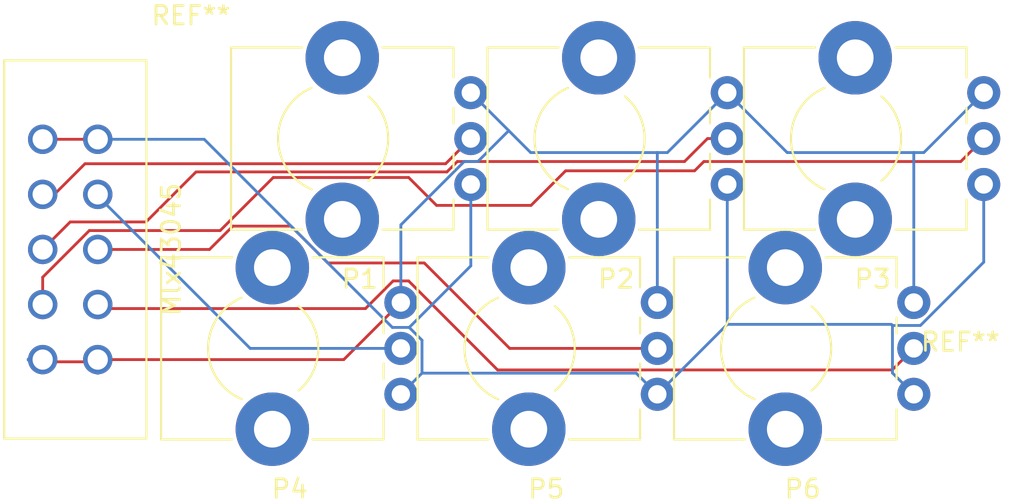
<source format=kicad_pcb>
(kicad_pcb (version 4) (host pcbnew 4.0.7)

  (general
    (links 20)
    (no_connects 0)
    (area 120.3426 69.85 194.310001 124.460001)
    (thickness 1.6002)
    (drawings 0)
    (tracks 86)
    (zones 0)
    (modules 9)
    (nets 9)
  )

  (page A4)
  (layers
    (0 F.Cu signal)
    (31 B.Cu signal)
    (36 B.SilkS user)
    (37 F.SilkS user)
    (38 B.Mask user)
    (39 F.Mask user)
    (44 Edge.Cuts user)
  )

  (setup
    (last_trace_width 0.1524)
    (trace_clearance 0.1524)
    (zone_clearance 0.1524)
    (zone_45_only no)
    (trace_min 0.1524)
    (segment_width 0.2)
    (edge_width 0.15)
    (via_size 0.5842)
    (via_drill 0.3302)
    (via_min_size 0.5842)
    (via_min_drill 0.3302)
    (uvia_size 0.6858)
    (uvia_drill 0.3302)
    (uvias_allowed no)
    (uvia_min_size 0)
    (uvia_min_drill 0)
    (pcb_text_width 0.3)
    (pcb_text_size 1.5 1.5)
    (mod_edge_width 0.15)
    (mod_text_size 1 1)
    (mod_text_width 0.15)
    (pad_size 1.6 1.6)
    (pad_drill 1.1)
    (pad_to_mask_clearance 0.0508)
    (aux_axis_origin 0 0)
    (visible_elements 7FFFFFFF)
    (pcbplotparams
      (layerselection 0x00030_80000001)
      (usegerberextensions false)
      (excludeedgelayer true)
      (linewidth 0.100000)
      (plotframeref false)
      (viasonmask false)
      (mode 1)
      (useauxorigin false)
      (hpglpennumber 1)
      (hpglpenspeed 20)
      (hpglpendiameter 15)
      (hpglpenoverlay 2)
      (psnegative false)
      (psa4output false)
      (plotreference true)
      (plotvalue true)
      (plotinvisibletext false)
      (padsonsilk false)
      (subtractmaskfromsilk false)
      (outputformat 1)
      (mirror false)
      (drillshape 1)
      (scaleselection 1)
      (outputdirectory ""))
  )

  (net 0 "")
  (net 1 +3V3)
  (net 2 AO1)
  (net 3 AO2)
  (net 4 AO3)
  (net 5 GND)
  (net 6 AO4)
  (net 7 AO5)
  (net 8 AO6)

  (net_class Default "This is the default net class."
    (clearance 0.1524)
    (trace_width 0.1524)
    (via_dia 0.5842)
    (via_drill 0.3302)
    (uvia_dia 0.6858)
    (uvia_drill 0.3302)
    (add_net +3V3)
    (add_net AO1)
    (add_net AO2)
    (add_net AO3)
    (add_net AO4)
    (add_net AO5)
    (add_net AO6)
    (add_net GND)
  )

  (module Mounting_Holes:MountingHole_3.2mm_M3 (layer F.Cu) (tedit 56D1B4CB) (tstamp 5A792396)
    (at 175.26 106.68)
    (descr "Mounting Hole 3.2mm, no annular, M3")
    (tags "mounting hole 3.2mm no annular m3")
    (attr virtual)
    (fp_text reference REF** (at 0 -4.2) (layer F.SilkS)
      (effects (font (size 1 1) (thickness 0.15)))
    )
    (fp_text value MountingHole_3.2mm_M3 (at 0 4.2) (layer F.Fab)
      (effects (font (size 1 1) (thickness 0.15)))
    )
    (fp_text user %R (at 0.3 0) (layer F.Fab)
      (effects (font (size 1 1) (thickness 0.15)))
    )
    (fp_circle (center 0 0) (end 3.2 0) (layer Cmts.User) (width 0.15))
    (fp_circle (center 0 0) (end 3.45 0) (layer F.CrtYd) (width 0.05))
    (pad 1 np_thru_hole circle (at 0 0) (size 3.2 3.2) (drill 3.2) (layers *.Cu *.Mask))
  )

  (module Mounting_Holes:MountingHole_3.2mm_M3 (layer F.Cu) (tedit 56D1B4CB) (tstamp 5A79238E)
    (at 133.35 88.9)
    (descr "Mounting Hole 3.2mm, no annular, M3")
    (tags "mounting hole 3.2mm no annular m3")
    (attr virtual)
    (fp_text reference REF** (at 0 -4.2) (layer F.SilkS)
      (effects (font (size 1 1) (thickness 0.15)))
    )
    (fp_text value MountingHole_3.2mm_M3 (at 0 4.2) (layer F.Fab)
      (effects (font (size 1 1) (thickness 0.15)))
    )
    (fp_text user %R (at 0.3 0) (layer F.Fab)
      (effects (font (size 1 1) (thickness 0.15)))
    )
    (fp_circle (center 0 0) (end 3.2 0) (layer Cmts.User) (width 0.15))
    (fp_circle (center 0 0) (end 3.45 0) (layer F.CrtYd) (width 0.05))
    (pad 1 np_thru_hole circle (at 0 0) (size 3.2 3.2) (drill 3.2) (layers *.Cu *.Mask))
  )

  (module Potentiometers:Potentiometer_Alps_RK09K_Horizontal (layer F.Cu) (tedit 58826B09) (tstamp 5A791FA7)
    (at 162.56 88.9 180)
    (descr "Potentiometer, horizontally mounted, Omeg PC16PU, Omeg PC16PU, Omeg PC16PU, Vishay/Spectrol 248GJ/249GJ Single, Vishay/Spectrol 248GJ/249GJ Single, Vishay/Spectrol 248GJ/249GJ Single, Vishay/Spectrol 248GH/249GH Single, Vishay/Spectrol 148/149 Single, Vishay/Spectrol 148/149 Single, Vishay/Spectrol 148/149 Single, Vishay/Spectrol 148A/149A Single with mounting plates, Vishay/Spectrol 148/149 Double, Vishay/Spectrol 148A/149A Double with mounting plates, Piher PC-16 Single, Piher PC-16 Single, Piher PC-16 Single, Piher PC-16SV Single, Piher PC-16 Double, Piher PC-16 Triple, Piher T16H Single, Piher T16L Single, Piher T16H Double, Alps RK163 Single, Alps RK163 Double, Alps RK097 Single, Alps RK097 Double, Bourns PTV09A-2 Single with mounting sleve Single, Bourns PTV09A-1 with mounting sleve Single, Bourns PRS11S Single, Alps RK09K Single with mounting sleve Single, Alps RK09K with mounting sleve Single, http://www.alps.com/prod/info/E/HTML/Potentiometer/RotaryPotentiometers/RK09K/RK09D1130C1B.html")
    (tags "Potentiometer horizontal  Omeg PC16PU  Omeg PC16PU  Omeg PC16PU  Vishay/Spectrol 248GJ/249GJ Single  Vishay/Spectrol 248GJ/249GJ Single  Vishay/Spectrol 248GJ/249GJ Single  Vishay/Spectrol 248GH/249GH Single  Vishay/Spectrol 148/149 Single  Vishay/Spectrol 148/149 Single  Vishay/Spectrol 148/149 Single  Vishay/Spectrol 148A/149A Single with mounting plates  Vishay/Spectrol 148/149 Double  Vishay/Spectrol 148A/149A Double with mounting plates  Piher PC-16 Single  Piher PC-16 Single  Piher PC-16 Single  Piher PC-16SV Single  Piher PC-16 Double  Piher PC-16 Triple  Piher T16H Single  Piher T16L Single  Piher T16H Double  Alps RK163 Single  Alps RK163 Double  Alps RK097 Single  Alps RK097 Double  Bourns PTV09A-2 Single with mounting sleve Single  Bourns PTV09A-1 with mounting sleve Single  Bourns PRS11S Single  Alps RK09K Single with mounting sleve Single  Alps RK09K with mounting sleve Single")
    (path /5A7278A5)
    (fp_text reference P2 (at 6.05 -10.15 180) (layer F.SilkS)
      (effects (font (size 1 1) (thickness 0.15)))
    )
    (fp_text value POT2 (at 6.05 5.15 180) (layer F.Fab)
      (effects (font (size 1 1) (thickness 0.15)))
    )
    (fp_arc (start 7.5 -2.5) (end 8.673 0.262) (angle -134) (layer F.SilkS) (width 0.12))
    (fp_arc (start 7.5 -2.5) (end 5.572 -4.798) (angle -100) (layer F.SilkS) (width 0.12))
    (fp_circle (center 7.5 -2.5) (end 10.75 -2.5) (layer F.Fab) (width 0.1))
    (fp_circle (center 7.5 -2.5) (end 10.5 -2.5) (layer F.Fab) (width 0.1))
    (fp_line (start 1 -7.4) (end 1 2.4) (layer F.Fab) (width 0.1))
    (fp_line (start 1 2.4) (end 13 2.4) (layer F.Fab) (width 0.1))
    (fp_line (start 13 2.4) (end 13 -7.4) (layer F.Fab) (width 0.1))
    (fp_line (start 13 -7.4) (end 1 -7.4) (layer F.Fab) (width 0.1))
    (fp_line (start 0.94 -7.461) (end 4.806 -7.461) (layer F.SilkS) (width 0.12))
    (fp_line (start 9.195 -7.461) (end 13.06 -7.461) (layer F.SilkS) (width 0.12))
    (fp_line (start 0.94 2.46) (end 4.806 2.46) (layer F.SilkS) (width 0.12))
    (fp_line (start 9.195 2.46) (end 13.06 2.46) (layer F.SilkS) (width 0.12))
    (fp_line (start 0.94 -7.461) (end 0.94 -5.825) (layer F.SilkS) (width 0.12))
    (fp_line (start 0.94 -4.175) (end 0.94 -3.325) (layer F.SilkS) (width 0.12))
    (fp_line (start 0.94 -1.675) (end 0.94 -0.825) (layer F.SilkS) (width 0.12))
    (fp_line (start 0.94 0.825) (end 0.94 2.46) (layer F.SilkS) (width 0.12))
    (fp_line (start 13.06 -7.461) (end 13.06 2.46) (layer F.SilkS) (width 0.12))
    (fp_line (start -1.15 -9.15) (end -1.15 4.15) (layer F.CrtYd) (width 0.05))
    (fp_line (start -1.15 4.15) (end 13.25 4.15) (layer F.CrtYd) (width 0.05))
    (fp_line (start 13.25 4.15) (end 13.25 -9.15) (layer F.CrtYd) (width 0.05))
    (fp_line (start 13.25 -9.15) (end -1.15 -9.15) (layer F.CrtYd) (width 0.05))
    (pad 3 thru_hole circle (at 0 -5 180) (size 1.8 1.8) (drill 1) (layers *.Cu *.Mask)
      (net 1 +3V3))
    (pad 2 thru_hole circle (at 0 -2.5 180) (size 1.8 1.8) (drill 1) (layers *.Cu *.Mask)
      (net 3 AO2))
    (pad 1 thru_hole circle (at 0 0 180) (size 1.8 1.8) (drill 1) (layers *.Cu *.Mask)
      (net 5 GND))
    (pad 0 np_thru_hole circle (at 7 -6.9 180) (size 4 4) (drill 2) (layers *.Cu *.Mask))
    (pad 0 np_thru_hole circle (at 7 1.9 180) (size 4 4) (drill 2) (layers *.Cu *.Mask))
    (model Potentiometers.3dshapes/Potentiometer_Alps_RK09K_Horizontal.wrl
      (at (xyz 0 0 0))
      (scale (xyz 0.393701 0.393701 0.393701))
      (rotate (xyz 0 0 0))
    )
  )

  (module Connectors_Molex:Molex_Microfit3_Header_02x05_Straight_43045-1028 (layer F.Cu) (tedit 5A72800B) (tstamp 5A72790D)
    (at 128.27 91.44 90)
    (descr "Microfit3 Header Straight 02x05 43045-1028")
    (tags "connector Microfit 02x05 header straight 3mm")
    (path /5A691CF9)
    (fp_text reference Mlx43045 (at -6 4 90) (layer F.SilkS)
      (effects (font (size 1 1) (thickness 0.15)))
    )
    (fp_text value 1028 (at -6 -7 90) (layer F.Fab)
      (effects (font (size 1 1) (thickness 0.15)))
    )
    (fp_line (start 4.5 2.85) (end 4.5 -5.3) (layer F.CrtYd) (width 0.05))
    (fp_line (start 4.5 2.85) (end -16.5 2.85) (layer F.CrtYd) (width 0.05))
    (fp_line (start -16.5 2.85) (end -16.5 -5.3) (layer F.CrtYd) (width 0.05))
    (fp_line (start 4.5 -5.3) (end -16.5 -5.3) (layer F.CrtYd) (width 0.05))
    (fp_line (start 4.3 2.65) (end 4.3 -5.1) (layer F.SilkS) (width 0.12))
    (fp_line (start -16.3 2.65) (end -16.3 -5.1) (layer F.SilkS) (width 0.12))
    (fp_line (start 4.3 2.65) (end -16.3 2.65) (layer F.SilkS) (width 0.12))
    (fp_line (start 4.3 -5.1) (end -16.3 -5.1) (layer F.SilkS) (width 0.12))
    (pad "" np_thru_hole circle (at -15 -4 90) (size 1.1 1.1) (drill 1.1) (layers *.Cu *.Mask))
    (pad 1 thru_hole circle (at 0 0 90) (size 1.6 1.6) (drill 1.1) (layers *.Cu *.Mask)
      (net 1 +3V3))
    (pad 2 thru_hole circle (at -3 0 90) (size 1.6 1.6) (drill 1.1) (layers *.Cu *.Mask)
      (net 6 AO4))
    (pad 3 thru_hole circle (at -6 0 90) (size 1.6 1.6) (drill 1.1) (layers *.Cu *.Mask)
      (net 7 AO5))
    (pad 4 thru_hole circle (at -9 0 90) (size 1.6 1.6) (drill 1.1) (layers *.Cu *.Mask)
      (net 8 AO6))
    (pad 5 thru_hole circle (at -12 0 90) (size 1.6 1.6) (drill 1.1) (layers *.Cu *.Mask)
      (net 5 GND))
    (pad 6 thru_hole circle (at 0 -3 90) (size 1.6 1.6) (drill 1.1) (layers *.Cu *.Mask)
      (net 1 +3V3))
    (pad 7 thru_hole circle (at -3 -3 90) (size 1.6 1.6) (drill 1.1) (layers *.Cu *.Mask)
      (net 2 AO1))
    (pad 8 thru_hole circle (at -6 -3 90) (size 1.6 1.6) (drill 1.1) (layers *.Cu *.Mask)
      (net 3 AO2))
    (pad 9 thru_hole circle (at -9 -3 90) (size 1.6 1.6) (drill 1.1) (layers *.Cu *.Mask)
      (net 4 AO3))
    (pad 10 thru_hole circle (at -12 -3 90) (size 1.6 1.6) (drill 1.1) (layers *.Cu *.Mask)
      (net 5 GND))
    (pad "" np_thru_hole circle (at 3 -3.94 90) (size 1.1 1.1) (drill 1.1) (layers *.Cu *.Mask))
    (model ${KISYS3DMOD}/Connectors_Molex.3dshapes/Molex_Microfit3_Header_02x05_Straight_43045-1028.wrl
      (at (xyz 0 0 0))
      (scale (xyz 1 1 1))
      (rotate (xyz 0 0 0))
    )
  )

  (module Potentiometers:Potentiometer_Alps_RK09K_Horizontal (layer F.Cu) (tedit 58826B09) (tstamp 5A791F9F)
    (at 148.59 88.9 180)
    (descr "Potentiometer, horizontally mounted, Omeg PC16PU, Omeg PC16PU, Omeg PC16PU, Vishay/Spectrol 248GJ/249GJ Single, Vishay/Spectrol 248GJ/249GJ Single, Vishay/Spectrol 248GJ/249GJ Single, Vishay/Spectrol 248GH/249GH Single, Vishay/Spectrol 148/149 Single, Vishay/Spectrol 148/149 Single, Vishay/Spectrol 148/149 Single, Vishay/Spectrol 148A/149A Single with mounting plates, Vishay/Spectrol 148/149 Double, Vishay/Spectrol 148A/149A Double with mounting plates, Piher PC-16 Single, Piher PC-16 Single, Piher PC-16 Single, Piher PC-16SV Single, Piher PC-16 Double, Piher PC-16 Triple, Piher T16H Single, Piher T16L Single, Piher T16H Double, Alps RK163 Single, Alps RK163 Double, Alps RK097 Single, Alps RK097 Double, Bourns PTV09A-2 Single with mounting sleve Single, Bourns PTV09A-1 with mounting sleve Single, Bourns PRS11S Single, Alps RK09K Single with mounting sleve Single, Alps RK09K with mounting sleve Single, http://www.alps.com/prod/info/E/HTML/Potentiometer/RotaryPotentiometers/RK09K/RK09D1130C1B.html")
    (tags "Potentiometer horizontal  Omeg PC16PU  Omeg PC16PU  Omeg PC16PU  Vishay/Spectrol 248GJ/249GJ Single  Vishay/Spectrol 248GJ/249GJ Single  Vishay/Spectrol 248GJ/249GJ Single  Vishay/Spectrol 248GH/249GH Single  Vishay/Spectrol 148/149 Single  Vishay/Spectrol 148/149 Single  Vishay/Spectrol 148/149 Single  Vishay/Spectrol 148A/149A Single with mounting plates  Vishay/Spectrol 148/149 Double  Vishay/Spectrol 148A/149A Double with mounting plates  Piher PC-16 Single  Piher PC-16 Single  Piher PC-16 Single  Piher PC-16SV Single  Piher PC-16 Double  Piher PC-16 Triple  Piher T16H Single  Piher T16L Single  Piher T16H Double  Alps RK163 Single  Alps RK163 Double  Alps RK097 Single  Alps RK097 Double  Bourns PTV09A-2 Single with mounting sleve Single  Bourns PTV09A-1 with mounting sleve Single  Bourns PRS11S Single  Alps RK09K Single with mounting sleve Single  Alps RK09K with mounting sleve Single")
    (path /5A691B46)
    (fp_text reference P1 (at 6.05 -10.15 180) (layer F.SilkS)
      (effects (font (size 1 1) (thickness 0.15)))
    )
    (fp_text value POT1 (at 6.05 5.15 180) (layer F.Fab)
      (effects (font (size 1 1) (thickness 0.15)))
    )
    (fp_arc (start 7.5 -2.5) (end 8.673 0.262) (angle -134) (layer F.SilkS) (width 0.12))
    (fp_arc (start 7.5 -2.5) (end 5.572 -4.798) (angle -100) (layer F.SilkS) (width 0.12))
    (fp_circle (center 7.5 -2.5) (end 10.75 -2.5) (layer F.Fab) (width 0.1))
    (fp_circle (center 7.5 -2.5) (end 10.5 -2.5) (layer F.Fab) (width 0.1))
    (fp_line (start 1 -7.4) (end 1 2.4) (layer F.Fab) (width 0.1))
    (fp_line (start 1 2.4) (end 13 2.4) (layer F.Fab) (width 0.1))
    (fp_line (start 13 2.4) (end 13 -7.4) (layer F.Fab) (width 0.1))
    (fp_line (start 13 -7.4) (end 1 -7.4) (layer F.Fab) (width 0.1))
    (fp_line (start 0.94 -7.461) (end 4.806 -7.461) (layer F.SilkS) (width 0.12))
    (fp_line (start 9.195 -7.461) (end 13.06 -7.461) (layer F.SilkS) (width 0.12))
    (fp_line (start 0.94 2.46) (end 4.806 2.46) (layer F.SilkS) (width 0.12))
    (fp_line (start 9.195 2.46) (end 13.06 2.46) (layer F.SilkS) (width 0.12))
    (fp_line (start 0.94 -7.461) (end 0.94 -5.825) (layer F.SilkS) (width 0.12))
    (fp_line (start 0.94 -4.175) (end 0.94 -3.325) (layer F.SilkS) (width 0.12))
    (fp_line (start 0.94 -1.675) (end 0.94 -0.825) (layer F.SilkS) (width 0.12))
    (fp_line (start 0.94 0.825) (end 0.94 2.46) (layer F.SilkS) (width 0.12))
    (fp_line (start 13.06 -7.461) (end 13.06 2.46) (layer F.SilkS) (width 0.12))
    (fp_line (start -1.15 -9.15) (end -1.15 4.15) (layer F.CrtYd) (width 0.05))
    (fp_line (start -1.15 4.15) (end 13.25 4.15) (layer F.CrtYd) (width 0.05))
    (fp_line (start 13.25 4.15) (end 13.25 -9.15) (layer F.CrtYd) (width 0.05))
    (fp_line (start 13.25 -9.15) (end -1.15 -9.15) (layer F.CrtYd) (width 0.05))
    (pad 3 thru_hole circle (at 0 -5 180) (size 1.8 1.8) (drill 1) (layers *.Cu *.Mask)
      (net 1 +3V3))
    (pad 2 thru_hole circle (at 0 -2.5 180) (size 1.8 1.8) (drill 1) (layers *.Cu *.Mask)
      (net 2 AO1))
    (pad 1 thru_hole circle (at 0 0 180) (size 1.8 1.8) (drill 1) (layers *.Cu *.Mask)
      (net 5 GND))
    (pad 0 np_thru_hole circle (at 7 -6.9 180) (size 4 4) (drill 2) (layers *.Cu *.Mask))
    (pad 0 np_thru_hole circle (at 7 1.9 180) (size 4 4) (drill 2) (layers *.Cu *.Mask))
    (model Potentiometers.3dshapes/Potentiometer_Alps_RK09K_Horizontal.wrl
      (at (xyz 0 0 0))
      (scale (xyz 0.393701 0.393701 0.393701))
      (rotate (xyz 0 0 0))
    )
  )

  (module Potentiometers:Potentiometer_Alps_RK09K_Horizontal (layer F.Cu) (tedit 58826B09) (tstamp 5A791FAF)
    (at 176.53 88.9 180)
    (descr "Potentiometer, horizontally mounted, Omeg PC16PU, Omeg PC16PU, Omeg PC16PU, Vishay/Spectrol 248GJ/249GJ Single, Vishay/Spectrol 248GJ/249GJ Single, Vishay/Spectrol 248GJ/249GJ Single, Vishay/Spectrol 248GH/249GH Single, Vishay/Spectrol 148/149 Single, Vishay/Spectrol 148/149 Single, Vishay/Spectrol 148/149 Single, Vishay/Spectrol 148A/149A Single with mounting plates, Vishay/Spectrol 148/149 Double, Vishay/Spectrol 148A/149A Double with mounting plates, Piher PC-16 Single, Piher PC-16 Single, Piher PC-16 Single, Piher PC-16SV Single, Piher PC-16 Double, Piher PC-16 Triple, Piher T16H Single, Piher T16L Single, Piher T16H Double, Alps RK163 Single, Alps RK163 Double, Alps RK097 Single, Alps RK097 Double, Bourns PTV09A-2 Single with mounting sleve Single, Bourns PTV09A-1 with mounting sleve Single, Bourns PRS11S Single, Alps RK09K Single with mounting sleve Single, Alps RK09K with mounting sleve Single, http://www.alps.com/prod/info/E/HTML/Potentiometer/RotaryPotentiometers/RK09K/RK09D1130C1B.html")
    (tags "Potentiometer horizontal  Omeg PC16PU  Omeg PC16PU  Omeg PC16PU  Vishay/Spectrol 248GJ/249GJ Single  Vishay/Spectrol 248GJ/249GJ Single  Vishay/Spectrol 248GJ/249GJ Single  Vishay/Spectrol 248GH/249GH Single  Vishay/Spectrol 148/149 Single  Vishay/Spectrol 148/149 Single  Vishay/Spectrol 148/149 Single  Vishay/Spectrol 148A/149A Single with mounting plates  Vishay/Spectrol 148/149 Double  Vishay/Spectrol 148A/149A Double with mounting plates  Piher PC-16 Single  Piher PC-16 Single  Piher PC-16 Single  Piher PC-16SV Single  Piher PC-16 Double  Piher PC-16 Triple  Piher T16H Single  Piher T16L Single  Piher T16H Double  Alps RK163 Single  Alps RK163 Double  Alps RK097 Single  Alps RK097 Double  Bourns PTV09A-2 Single with mounting sleve Single  Bourns PTV09A-1 with mounting sleve Single  Bourns PRS11S Single  Alps RK09K Single with mounting sleve Single  Alps RK09K with mounting sleve Single")
    (path /5A6919AC)
    (fp_text reference P3 (at 6.05 -10.15 180) (layer F.SilkS)
      (effects (font (size 1 1) (thickness 0.15)))
    )
    (fp_text value POT3 (at 6.05 5.15 180) (layer F.Fab)
      (effects (font (size 1 1) (thickness 0.15)))
    )
    (fp_arc (start 7.5 -2.5) (end 8.673 0.262) (angle -134) (layer F.SilkS) (width 0.12))
    (fp_arc (start 7.5 -2.5) (end 5.572 -4.798) (angle -100) (layer F.SilkS) (width 0.12))
    (fp_circle (center 7.5 -2.5) (end 10.75 -2.5) (layer F.Fab) (width 0.1))
    (fp_circle (center 7.5 -2.5) (end 10.5 -2.5) (layer F.Fab) (width 0.1))
    (fp_line (start 1 -7.4) (end 1 2.4) (layer F.Fab) (width 0.1))
    (fp_line (start 1 2.4) (end 13 2.4) (layer F.Fab) (width 0.1))
    (fp_line (start 13 2.4) (end 13 -7.4) (layer F.Fab) (width 0.1))
    (fp_line (start 13 -7.4) (end 1 -7.4) (layer F.Fab) (width 0.1))
    (fp_line (start 0.94 -7.461) (end 4.806 -7.461) (layer F.SilkS) (width 0.12))
    (fp_line (start 9.195 -7.461) (end 13.06 -7.461) (layer F.SilkS) (width 0.12))
    (fp_line (start 0.94 2.46) (end 4.806 2.46) (layer F.SilkS) (width 0.12))
    (fp_line (start 9.195 2.46) (end 13.06 2.46) (layer F.SilkS) (width 0.12))
    (fp_line (start 0.94 -7.461) (end 0.94 -5.825) (layer F.SilkS) (width 0.12))
    (fp_line (start 0.94 -4.175) (end 0.94 -3.325) (layer F.SilkS) (width 0.12))
    (fp_line (start 0.94 -1.675) (end 0.94 -0.825) (layer F.SilkS) (width 0.12))
    (fp_line (start 0.94 0.825) (end 0.94 2.46) (layer F.SilkS) (width 0.12))
    (fp_line (start 13.06 -7.461) (end 13.06 2.46) (layer F.SilkS) (width 0.12))
    (fp_line (start -1.15 -9.15) (end -1.15 4.15) (layer F.CrtYd) (width 0.05))
    (fp_line (start -1.15 4.15) (end 13.25 4.15) (layer F.CrtYd) (width 0.05))
    (fp_line (start 13.25 4.15) (end 13.25 -9.15) (layer F.CrtYd) (width 0.05))
    (fp_line (start 13.25 -9.15) (end -1.15 -9.15) (layer F.CrtYd) (width 0.05))
    (pad 3 thru_hole circle (at 0 -5 180) (size 1.8 1.8) (drill 1) (layers *.Cu *.Mask)
      (net 1 +3V3))
    (pad 2 thru_hole circle (at 0 -2.5 180) (size 1.8 1.8) (drill 1) (layers *.Cu *.Mask)
      (net 4 AO3))
    (pad 1 thru_hole circle (at 0 0 180) (size 1.8 1.8) (drill 1) (layers *.Cu *.Mask)
      (net 5 GND))
    (pad 0 np_thru_hole circle (at 7 -6.9 180) (size 4 4) (drill 2) (layers *.Cu *.Mask))
    (pad 0 np_thru_hole circle (at 7 1.9 180) (size 4 4) (drill 2) (layers *.Cu *.Mask))
    (model Potentiometers.3dshapes/Potentiometer_Alps_RK09K_Horizontal.wrl
      (at (xyz 0 0 0))
      (scale (xyz 0.393701 0.393701 0.393701))
      (rotate (xyz 0 0 0))
    )
  )

  (module Potentiometers:Potentiometer_Alps_RK09K_Horizontal (layer F.Cu) (tedit 58826B09) (tstamp 5A791FB7)
    (at 144.78 100.33 180)
    (descr "Potentiometer, horizontally mounted, Omeg PC16PU, Omeg PC16PU, Omeg PC16PU, Vishay/Spectrol 248GJ/249GJ Single, Vishay/Spectrol 248GJ/249GJ Single, Vishay/Spectrol 248GJ/249GJ Single, Vishay/Spectrol 248GH/249GH Single, Vishay/Spectrol 148/149 Single, Vishay/Spectrol 148/149 Single, Vishay/Spectrol 148/149 Single, Vishay/Spectrol 148A/149A Single with mounting plates, Vishay/Spectrol 148/149 Double, Vishay/Spectrol 148A/149A Double with mounting plates, Piher PC-16 Single, Piher PC-16 Single, Piher PC-16 Single, Piher PC-16SV Single, Piher PC-16 Double, Piher PC-16 Triple, Piher T16H Single, Piher T16L Single, Piher T16H Double, Alps RK163 Single, Alps RK163 Double, Alps RK097 Single, Alps RK097 Double, Bourns PTV09A-2 Single with mounting sleve Single, Bourns PTV09A-1 with mounting sleve Single, Bourns PRS11S Single, Alps RK09K Single with mounting sleve Single, Alps RK09K with mounting sleve Single, http://www.alps.com/prod/info/E/HTML/Potentiometer/RotaryPotentiometers/RK09K/RK09D1130C1B.html")
    (tags "Potentiometer horizontal  Omeg PC16PU  Omeg PC16PU  Omeg PC16PU  Vishay/Spectrol 248GJ/249GJ Single  Vishay/Spectrol 248GJ/249GJ Single  Vishay/Spectrol 248GJ/249GJ Single  Vishay/Spectrol 248GH/249GH Single  Vishay/Spectrol 148/149 Single  Vishay/Spectrol 148/149 Single  Vishay/Spectrol 148/149 Single  Vishay/Spectrol 148A/149A Single with mounting plates  Vishay/Spectrol 148/149 Double  Vishay/Spectrol 148A/149A Double with mounting plates  Piher PC-16 Single  Piher PC-16 Single  Piher PC-16 Single  Piher PC-16SV Single  Piher PC-16 Double  Piher PC-16 Triple  Piher T16H Single  Piher T16L Single  Piher T16H Double  Alps RK163 Single  Alps RK163 Double  Alps RK097 Single  Alps RK097 Double  Bourns PTV09A-2 Single with mounting sleve Single  Bourns PTV09A-1 with mounting sleve Single  Bourns PRS11S Single  Alps RK09K Single with mounting sleve Single  Alps RK09K with mounting sleve Single")
    (path /5A691AD5)
    (fp_text reference P4 (at 6.05 -10.15 180) (layer F.SilkS)
      (effects (font (size 1 1) (thickness 0.15)))
    )
    (fp_text value POT4 (at 6.05 5.15 180) (layer F.Fab)
      (effects (font (size 1 1) (thickness 0.15)))
    )
    (fp_arc (start 7.5 -2.5) (end 8.673 0.262) (angle -134) (layer F.SilkS) (width 0.12))
    (fp_arc (start 7.5 -2.5) (end 5.572 -4.798) (angle -100) (layer F.SilkS) (width 0.12))
    (fp_circle (center 7.5 -2.5) (end 10.75 -2.5) (layer F.Fab) (width 0.1))
    (fp_circle (center 7.5 -2.5) (end 10.5 -2.5) (layer F.Fab) (width 0.1))
    (fp_line (start 1 -7.4) (end 1 2.4) (layer F.Fab) (width 0.1))
    (fp_line (start 1 2.4) (end 13 2.4) (layer F.Fab) (width 0.1))
    (fp_line (start 13 2.4) (end 13 -7.4) (layer F.Fab) (width 0.1))
    (fp_line (start 13 -7.4) (end 1 -7.4) (layer F.Fab) (width 0.1))
    (fp_line (start 0.94 -7.461) (end 4.806 -7.461) (layer F.SilkS) (width 0.12))
    (fp_line (start 9.195 -7.461) (end 13.06 -7.461) (layer F.SilkS) (width 0.12))
    (fp_line (start 0.94 2.46) (end 4.806 2.46) (layer F.SilkS) (width 0.12))
    (fp_line (start 9.195 2.46) (end 13.06 2.46) (layer F.SilkS) (width 0.12))
    (fp_line (start 0.94 -7.461) (end 0.94 -5.825) (layer F.SilkS) (width 0.12))
    (fp_line (start 0.94 -4.175) (end 0.94 -3.325) (layer F.SilkS) (width 0.12))
    (fp_line (start 0.94 -1.675) (end 0.94 -0.825) (layer F.SilkS) (width 0.12))
    (fp_line (start 0.94 0.825) (end 0.94 2.46) (layer F.SilkS) (width 0.12))
    (fp_line (start 13.06 -7.461) (end 13.06 2.46) (layer F.SilkS) (width 0.12))
    (fp_line (start -1.15 -9.15) (end -1.15 4.15) (layer F.CrtYd) (width 0.05))
    (fp_line (start -1.15 4.15) (end 13.25 4.15) (layer F.CrtYd) (width 0.05))
    (fp_line (start 13.25 4.15) (end 13.25 -9.15) (layer F.CrtYd) (width 0.05))
    (fp_line (start 13.25 -9.15) (end -1.15 -9.15) (layer F.CrtYd) (width 0.05))
    (pad 3 thru_hole circle (at 0 -5 180) (size 1.8 1.8) (drill 1) (layers *.Cu *.Mask)
      (net 1 +3V3))
    (pad 2 thru_hole circle (at 0 -2.5 180) (size 1.8 1.8) (drill 1) (layers *.Cu *.Mask)
      (net 6 AO4))
    (pad 1 thru_hole circle (at 0 0 180) (size 1.8 1.8) (drill 1) (layers *.Cu *.Mask)
      (net 5 GND))
    (pad 0 np_thru_hole circle (at 7 -6.9 180) (size 4 4) (drill 2) (layers *.Cu *.Mask))
    (pad 0 np_thru_hole circle (at 7 1.9 180) (size 4 4) (drill 2) (layers *.Cu *.Mask))
    (model Potentiometers.3dshapes/Potentiometer_Alps_RK09K_Horizontal.wrl
      (at (xyz 0 0 0))
      (scale (xyz 0.393701 0.393701 0.393701))
      (rotate (xyz 0 0 0))
    )
  )

  (module Potentiometers:Potentiometer_Alps_RK09K_Horizontal (layer F.Cu) (tedit 58826B09) (tstamp 5A791FBF)
    (at 158.75 100.33 180)
    (descr "Potentiometer, horizontally mounted, Omeg PC16PU, Omeg PC16PU, Omeg PC16PU, Vishay/Spectrol 248GJ/249GJ Single, Vishay/Spectrol 248GJ/249GJ Single, Vishay/Spectrol 248GJ/249GJ Single, Vishay/Spectrol 248GH/249GH Single, Vishay/Spectrol 148/149 Single, Vishay/Spectrol 148/149 Single, Vishay/Spectrol 148/149 Single, Vishay/Spectrol 148A/149A Single with mounting plates, Vishay/Spectrol 148/149 Double, Vishay/Spectrol 148A/149A Double with mounting plates, Piher PC-16 Single, Piher PC-16 Single, Piher PC-16 Single, Piher PC-16SV Single, Piher PC-16 Double, Piher PC-16 Triple, Piher T16H Single, Piher T16L Single, Piher T16H Double, Alps RK163 Single, Alps RK163 Double, Alps RK097 Single, Alps RK097 Double, Bourns PTV09A-2 Single with mounting sleve Single, Bourns PTV09A-1 with mounting sleve Single, Bourns PRS11S Single, Alps RK09K Single with mounting sleve Single, Alps RK09K with mounting sleve Single, http://www.alps.com/prod/info/E/HTML/Potentiometer/RotaryPotentiometers/RK09K/RK09D1130C1B.html")
    (tags "Potentiometer horizontal  Omeg PC16PU  Omeg PC16PU  Omeg PC16PU  Vishay/Spectrol 248GJ/249GJ Single  Vishay/Spectrol 248GJ/249GJ Single  Vishay/Spectrol 248GJ/249GJ Single  Vishay/Spectrol 248GH/249GH Single  Vishay/Spectrol 148/149 Single  Vishay/Spectrol 148/149 Single  Vishay/Spectrol 148/149 Single  Vishay/Spectrol 148A/149A Single with mounting plates  Vishay/Spectrol 148/149 Double  Vishay/Spectrol 148A/149A Double with mounting plates  Piher PC-16 Single  Piher PC-16 Single  Piher PC-16 Single  Piher PC-16SV Single  Piher PC-16 Double  Piher PC-16 Triple  Piher T16H Single  Piher T16L Single  Piher T16H Double  Alps RK163 Single  Alps RK163 Double  Alps RK097 Single  Alps RK097 Double  Bourns PTV09A-2 Single with mounting sleve Single  Bourns PTV09A-1 with mounting sleve Single  Bourns PRS11S Single  Alps RK09K Single with mounting sleve Single  Alps RK09K with mounting sleve Single")
    (path /5A691B06)
    (fp_text reference P5 (at 6.05 -10.15 180) (layer F.SilkS)
      (effects (font (size 1 1) (thickness 0.15)))
    )
    (fp_text value POT5 (at 6.05 5.15 180) (layer F.Fab)
      (effects (font (size 1 1) (thickness 0.15)))
    )
    (fp_arc (start 7.5 -2.5) (end 8.673 0.262) (angle -134) (layer F.SilkS) (width 0.12))
    (fp_arc (start 7.5 -2.5) (end 5.572 -4.798) (angle -100) (layer F.SilkS) (width 0.12))
    (fp_circle (center 7.5 -2.5) (end 10.75 -2.5) (layer F.Fab) (width 0.1))
    (fp_circle (center 7.5 -2.5) (end 10.5 -2.5) (layer F.Fab) (width 0.1))
    (fp_line (start 1 -7.4) (end 1 2.4) (layer F.Fab) (width 0.1))
    (fp_line (start 1 2.4) (end 13 2.4) (layer F.Fab) (width 0.1))
    (fp_line (start 13 2.4) (end 13 -7.4) (layer F.Fab) (width 0.1))
    (fp_line (start 13 -7.4) (end 1 -7.4) (layer F.Fab) (width 0.1))
    (fp_line (start 0.94 -7.461) (end 4.806 -7.461) (layer F.SilkS) (width 0.12))
    (fp_line (start 9.195 -7.461) (end 13.06 -7.461) (layer F.SilkS) (width 0.12))
    (fp_line (start 0.94 2.46) (end 4.806 2.46) (layer F.SilkS) (width 0.12))
    (fp_line (start 9.195 2.46) (end 13.06 2.46) (layer F.SilkS) (width 0.12))
    (fp_line (start 0.94 -7.461) (end 0.94 -5.825) (layer F.SilkS) (width 0.12))
    (fp_line (start 0.94 -4.175) (end 0.94 -3.325) (layer F.SilkS) (width 0.12))
    (fp_line (start 0.94 -1.675) (end 0.94 -0.825) (layer F.SilkS) (width 0.12))
    (fp_line (start 0.94 0.825) (end 0.94 2.46) (layer F.SilkS) (width 0.12))
    (fp_line (start 13.06 -7.461) (end 13.06 2.46) (layer F.SilkS) (width 0.12))
    (fp_line (start -1.15 -9.15) (end -1.15 4.15) (layer F.CrtYd) (width 0.05))
    (fp_line (start -1.15 4.15) (end 13.25 4.15) (layer F.CrtYd) (width 0.05))
    (fp_line (start 13.25 4.15) (end 13.25 -9.15) (layer F.CrtYd) (width 0.05))
    (fp_line (start 13.25 -9.15) (end -1.15 -9.15) (layer F.CrtYd) (width 0.05))
    (pad 3 thru_hole circle (at 0 -5 180) (size 1.8 1.8) (drill 1) (layers *.Cu *.Mask)
      (net 1 +3V3))
    (pad 2 thru_hole circle (at 0 -2.5 180) (size 1.8 1.8) (drill 1) (layers *.Cu *.Mask)
      (net 7 AO5))
    (pad 1 thru_hole circle (at 0 0 180) (size 1.8 1.8) (drill 1) (layers *.Cu *.Mask)
      (net 5 GND))
    (pad 0 np_thru_hole circle (at 7 -6.9 180) (size 4 4) (drill 2) (layers *.Cu *.Mask))
    (pad 0 np_thru_hole circle (at 7 1.9 180) (size 4 4) (drill 2) (layers *.Cu *.Mask))
    (model Potentiometers.3dshapes/Potentiometer_Alps_RK09K_Horizontal.wrl
      (at (xyz 0 0 0))
      (scale (xyz 0.393701 0.393701 0.393701))
      (rotate (xyz 0 0 0))
    )
  )

  (module Potentiometers:Potentiometer_Alps_RK09K_Horizontal (layer F.Cu) (tedit 58826B09) (tstamp 5A791FC7)
    (at 172.72 100.33 180)
    (descr "Potentiometer, horizontally mounted, Omeg PC16PU, Omeg PC16PU, Omeg PC16PU, Vishay/Spectrol 248GJ/249GJ Single, Vishay/Spectrol 248GJ/249GJ Single, Vishay/Spectrol 248GJ/249GJ Single, Vishay/Spectrol 248GH/249GH Single, Vishay/Spectrol 148/149 Single, Vishay/Spectrol 148/149 Single, Vishay/Spectrol 148/149 Single, Vishay/Spectrol 148A/149A Single with mounting plates, Vishay/Spectrol 148/149 Double, Vishay/Spectrol 148A/149A Double with mounting plates, Piher PC-16 Single, Piher PC-16 Single, Piher PC-16 Single, Piher PC-16SV Single, Piher PC-16 Double, Piher PC-16 Triple, Piher T16H Single, Piher T16L Single, Piher T16H Double, Alps RK163 Single, Alps RK163 Double, Alps RK097 Single, Alps RK097 Double, Bourns PTV09A-2 Single with mounting sleve Single, Bourns PTV09A-1 with mounting sleve Single, Bourns PRS11S Single, Alps RK09K Single with mounting sleve Single, Alps RK09K with mounting sleve Single, http://www.alps.com/prod/info/E/HTML/Potentiometer/RotaryPotentiometers/RK09K/RK09D1130C1B.html")
    (tags "Potentiometer horizontal  Omeg PC16PU  Omeg PC16PU  Omeg PC16PU  Vishay/Spectrol 248GJ/249GJ Single  Vishay/Spectrol 248GJ/249GJ Single  Vishay/Spectrol 248GJ/249GJ Single  Vishay/Spectrol 248GH/249GH Single  Vishay/Spectrol 148/149 Single  Vishay/Spectrol 148/149 Single  Vishay/Spectrol 148/149 Single  Vishay/Spectrol 148A/149A Single with mounting plates  Vishay/Spectrol 148/149 Double  Vishay/Spectrol 148A/149A Double with mounting plates  Piher PC-16 Single  Piher PC-16 Single  Piher PC-16 Single  Piher PC-16SV Single  Piher PC-16 Double  Piher PC-16 Triple  Piher T16H Single  Piher T16L Single  Piher T16H Double  Alps RK163 Single  Alps RK163 Double  Alps RK097 Single  Alps RK097 Double  Bourns PTV09A-2 Single with mounting sleve Single  Bourns PTV09A-1 with mounting sleve Single  Bourns PRS11S Single  Alps RK09K Single with mounting sleve Single  Alps RK09K with mounting sleve Single")
    (path /5A691B25)
    (fp_text reference P6 (at 6.05 -10.15 180) (layer F.SilkS)
      (effects (font (size 1 1) (thickness 0.15)))
    )
    (fp_text value POT6 (at 6.05 5.15 180) (layer F.Fab)
      (effects (font (size 1 1) (thickness 0.15)))
    )
    (fp_arc (start 7.5 -2.5) (end 8.673 0.262) (angle -134) (layer F.SilkS) (width 0.12))
    (fp_arc (start 7.5 -2.5) (end 5.572 -4.798) (angle -100) (layer F.SilkS) (width 0.12))
    (fp_circle (center 7.5 -2.5) (end 10.75 -2.5) (layer F.Fab) (width 0.1))
    (fp_circle (center 7.5 -2.5) (end 10.5 -2.5) (layer F.Fab) (width 0.1))
    (fp_line (start 1 -7.4) (end 1 2.4) (layer F.Fab) (width 0.1))
    (fp_line (start 1 2.4) (end 13 2.4) (layer F.Fab) (width 0.1))
    (fp_line (start 13 2.4) (end 13 -7.4) (layer F.Fab) (width 0.1))
    (fp_line (start 13 -7.4) (end 1 -7.4) (layer F.Fab) (width 0.1))
    (fp_line (start 0.94 -7.461) (end 4.806 -7.461) (layer F.SilkS) (width 0.12))
    (fp_line (start 9.195 -7.461) (end 13.06 -7.461) (layer F.SilkS) (width 0.12))
    (fp_line (start 0.94 2.46) (end 4.806 2.46) (layer F.SilkS) (width 0.12))
    (fp_line (start 9.195 2.46) (end 13.06 2.46) (layer F.SilkS) (width 0.12))
    (fp_line (start 0.94 -7.461) (end 0.94 -5.825) (layer F.SilkS) (width 0.12))
    (fp_line (start 0.94 -4.175) (end 0.94 -3.325) (layer F.SilkS) (width 0.12))
    (fp_line (start 0.94 -1.675) (end 0.94 -0.825) (layer F.SilkS) (width 0.12))
    (fp_line (start 0.94 0.825) (end 0.94 2.46) (layer F.SilkS) (width 0.12))
    (fp_line (start 13.06 -7.461) (end 13.06 2.46) (layer F.SilkS) (width 0.12))
    (fp_line (start -1.15 -9.15) (end -1.15 4.15) (layer F.CrtYd) (width 0.05))
    (fp_line (start -1.15 4.15) (end 13.25 4.15) (layer F.CrtYd) (width 0.05))
    (fp_line (start 13.25 4.15) (end 13.25 -9.15) (layer F.CrtYd) (width 0.05))
    (fp_line (start 13.25 -9.15) (end -1.15 -9.15) (layer F.CrtYd) (width 0.05))
    (pad 3 thru_hole circle (at 0 -5 180) (size 1.8 1.8) (drill 1) (layers *.Cu *.Mask)
      (net 1 +3V3))
    (pad 2 thru_hole circle (at 0 -2.5 180) (size 1.8 1.8) (drill 1) (layers *.Cu *.Mask)
      (net 8 AO6))
    (pad 1 thru_hole circle (at 0 0 180) (size 1.8 1.8) (drill 1) (layers *.Cu *.Mask)
      (net 5 GND))
    (pad 0 np_thru_hole circle (at 7 -6.9 180) (size 4 4) (drill 2) (layers *.Cu *.Mask))
    (pad 0 np_thru_hole circle (at 7 1.9 180) (size 4 4) (drill 2) (layers *.Cu *.Mask))
    (model Potentiometers.3dshapes/Potentiometer_Alps_RK09K_Horizontal.wrl
      (at (xyz 0 0 0))
      (scale (xyz 0.393701 0.393701 0.393701))
      (rotate (xyz 0 0 0))
    )
  )

  (segment (start 125.27 91.44) (end 128.27 91.44) (width 0.1524) (layer F.Cu) (net 1))
  (segment (start 171.558 104.168) (end 172.72 105.33) (width 0.1524) (layer B.Cu) (net 1))
  (segment (start 171.558 101.58) (end 171.558 104.168) (width 0.1524) (layer B.Cu) (net 1))
  (segment (start 176.53 98.1298) (end 176.53 93.9) (width 0.1524) (layer B.Cu) (net 1))
  (segment (start 173.0798 101.58) (end 176.53 98.1298) (width 0.1524) (layer B.Cu) (net 1))
  (segment (start 171.558 101.58) (end 173.0798 101.58) (width 0.1524) (layer B.Cu) (net 1))
  (segment (start 171.498 101.52) (end 171.558 101.58) (width 0.1524) (layer B.Cu) (net 1))
  (segment (start 162.56 101.52) (end 171.498 101.52) (width 0.1524) (layer B.Cu) (net 1))
  (segment (start 162.56 93.9) (end 162.56 101.52) (width 0.1524) (layer B.Cu) (net 1))
  (segment (start 162.56 101.52) (end 158.75 105.33) (width 0.1524) (layer B.Cu) (net 1))
  (segment (start 144.78 105.33) (end 145.9321 104.1779) (width 0.1524) (layer B.Cu) (net 1))
  (segment (start 157.5979 104.1779) (end 145.9321 104.1779) (width 0.1524) (layer B.Cu) (net 1))
  (segment (start 158.75 105.33) (end 157.5979 104.1779) (width 0.1524) (layer B.Cu) (net 1))
  (segment (start 148.59 98.3328) (end 145.2348 101.688) (width 0.1524) (layer B.Cu) (net 1))
  (segment (start 148.59 93.9) (end 148.59 98.3328) (width 0.1524) (layer B.Cu) (net 1))
  (segment (start 145.9321 102.3853) (end 145.2348 101.688) (width 0.1524) (layer B.Cu) (net 1))
  (segment (start 145.9321 104.1779) (end 145.9321 102.3853) (width 0.1524) (layer B.Cu) (net 1))
  (segment (start 134.0687 91.44) (end 128.27 91.44) (width 0.1524) (layer B.Cu) (net 1))
  (segment (start 144.3167 101.688) (end 134.0687 91.44) (width 0.1524) (layer B.Cu) (net 1))
  (segment (start 145.2348 101.688) (end 144.3167 101.688) (width 0.1524) (layer B.Cu) (net 1))
  (segment (start 125.27 94.44) (end 125.905 94.44) (width 0.25) (layer F.Cu) (net 2))
  (segment (start 147.219 92.771) (end 148.59 91.4) (width 0.1524) (layer F.Cu) (net 2))
  (segment (start 127.574 92.771) (end 147.219 92.771) (width 0.1524) (layer F.Cu) (net 2))
  (segment (start 125.905 94.44) (end 127.574 92.771) (width 0.1524) (layer F.Cu) (net 2))
  (segment (start 126.77 95.94) (end 125.27 97.44) (width 0.1524) (layer F.Cu) (net 3))
  (segment (start 130.8982 95.94) (end 126.77 95.94) (width 0.1524) (layer F.Cu) (net 3))
  (segment (start 133.6226 93.2156) (end 130.8982 95.94) (width 0.1524) (layer F.Cu) (net 3))
  (segment (start 147.2892 93.2156) (end 133.6226 93.2156) (width 0.1524) (layer F.Cu) (net 3))
  (segment (start 147.8548 92.65) (end 147.2892 93.2156) (width 0.1524) (layer F.Cu) (net 3))
  (segment (start 160.2325 92.65) (end 147.8548 92.65) (width 0.1524) (layer F.Cu) (net 3))
  (segment (start 161.4825 91.4) (end 160.2325 92.65) (width 0.1524) (layer F.Cu) (net 3))
  (segment (start 162.56 91.4) (end 161.4825 91.4) (width 0.1524) (layer F.Cu) (net 3))
  (segment (start 175.28 92.65) (end 176.53 91.4) (width 0.1524) (layer F.Cu) (net 4))
  (segment (start 161.2861 92.65) (end 175.28 92.65) (width 0.1524) (layer F.Cu) (net 4))
  (segment (start 160.781 93.1551) (end 161.2861 92.65) (width 0.1524) (layer F.Cu) (net 4))
  (segment (start 153.7561 93.1551) (end 160.781 93.1551) (width 0.1524) (layer F.Cu) (net 4))
  (segment (start 151.8714 95.0398) (end 153.7561 93.1551) (width 0.1524) (layer F.Cu) (net 4))
  (segment (start 146.7245 95.0398) (end 151.8714 95.0398) (width 0.1524) (layer F.Cu) (net 4))
  (segment (start 145.2055 93.5208) (end 146.7245 95.0398) (width 0.1524) (layer F.Cu) (net 4))
  (segment (start 137.8282 93.5208) (end 145.2055 93.5208) (width 0.1524) (layer F.Cu) (net 4))
  (segment (start 134.938 96.411) (end 137.8282 93.5208) (width 0.1524) (layer F.Cu) (net 4))
  (segment (start 127.8109 96.411) (end 134.938 96.411) (width 0.1524) (layer F.Cu) (net 4))
  (segment (start 125.27 98.9519) (end 127.8109 96.411) (width 0.1524) (layer F.Cu) (net 4))
  (segment (start 125.27 100.44) (end 125.27 98.9519) (width 0.1524) (layer F.Cu) (net 4))
  (segment (start 124.525 103.44) (end 125.27 103.44) (width 0.25) (layer B.Cu) (net 5))
  (segment (start 128.27 104.14) (end 128.27 103.44) (width 0.25) (layer B.Cu) (net 5))
  (segment (start 125.27 103.68) (end 125.27 103.56) (width 0.25) (layer F.Cu) (net 5))
  (segment (start 125.27 103.56) (end 125.27 103.44) (width 0.25) (layer F.Cu) (net 5))
  (segment (start 128.15 103.56) (end 128.27 103.44) (width 0.1524) (layer F.Cu) (net 5))
  (segment (start 125.27 103.56) (end 128.15 103.56) (width 0.1524) (layer F.Cu) (net 5))
  (segment (start 141.67 103.44) (end 144.78 100.33) (width 0.1524) (layer F.Cu) (net 5))
  (segment (start 128.27 103.44) (end 141.67 103.44) (width 0.1524) (layer F.Cu) (net 5))
  (segment (start 158.75 100.33) (end 158.75 92.1617) (width 0.1524) (layer B.Cu) (net 5))
  (segment (start 159.2983 92.1617) (end 162.56 88.9) (width 0.1524) (layer B.Cu) (net 5))
  (segment (start 158.75 92.1617) (end 159.2983 92.1617) (width 0.1524) (layer B.Cu) (net 5))
  (segment (start 172.72 100.33) (end 172.72 92.1617) (width 0.1524) (layer B.Cu) (net 5))
  (segment (start 173.2683 92.1617) (end 176.53 88.9) (width 0.1524) (layer B.Cu) (net 5))
  (segment (start 172.72 92.1617) (end 173.2683 92.1617) (width 0.1524) (layer B.Cu) (net 5))
  (segment (start 165.8217 92.1617) (end 172.72 92.1617) (width 0.1524) (layer B.Cu) (net 5))
  (segment (start 162.56 88.9) (end 165.8217 92.1617) (width 0.1524) (layer B.Cu) (net 5))
  (segment (start 148.975 92.65) (end 150.6575 90.9675) (width 0.1524) (layer B.Cu) (net 5))
  (segment (start 148.231 92.65) (end 148.975 92.65) (width 0.1524) (layer B.Cu) (net 5))
  (segment (start 144.78 96.101) (end 148.231 92.65) (width 0.1524) (layer B.Cu) (net 5))
  (segment (start 144.78 100.33) (end 144.78 96.101) (width 0.1524) (layer B.Cu) (net 5))
  (segment (start 148.59 88.9) (end 150.6575 90.9675) (width 0.1524) (layer B.Cu) (net 5))
  (segment (start 151.8517 92.1617) (end 158.75 92.1617) (width 0.1524) (layer B.Cu) (net 5))
  (segment (start 150.6575 90.9675) (end 151.8517 92.1617) (width 0.1524) (layer B.Cu) (net 5))
  (segment (start 128.27 94.44) (end 128.27 94.5275) (width 0.25) (layer B.Cu) (net 6))
  (segment (start 128.27 94.5275) (end 128.27 94.615) (width 0.25) (layer B.Cu) (net 6))
  (segment (start 136.5725 102.83) (end 144.78 102.83) (width 0.1524) (layer B.Cu) (net 6))
  (segment (start 128.27 94.5275) (end 136.5725 102.83) (width 0.1524) (layer B.Cu) (net 6))
  (segment (start 128.62 97.44) (end 128.27 97.44) (width 0.25) (layer F.Cu) (net 7))
  (segment (start 134.3562 97.44) (end 128.62 97.44) (width 0.1524) (layer F.Cu) (net 7))
  (segment (start 135.6274 96.1688) (end 134.3562 97.44) (width 0.1524) (layer F.Cu) (net 7))
  (segment (start 138.7975 96.1688) (end 135.6274 96.1688) (width 0.1524) (layer F.Cu) (net 7))
  (segment (start 140.8044 98.1757) (end 138.7975 96.1688) (width 0.1524) (layer F.Cu) (net 7))
  (segment (start 146.0555 98.1757) (end 140.8044 98.1757) (width 0.1524) (layer F.Cu) (net 7))
  (segment (start 150.7098 102.83) (end 146.0555 98.1757) (width 0.1524) (layer F.Cu) (net 7))
  (segment (start 158.75 102.83) (end 150.7098 102.83) (width 0.1524) (layer F.Cu) (net 7))
  (segment (start 171.5481 104.0019) (end 172.72 102.83) (width 0.1524) (layer F.Cu) (net 8))
  (segment (start 150.0487 104.0019) (end 171.5481 104.0019) (width 0.1524) (layer F.Cu) (net 8))
  (segment (start 145.201 99.1542) (end 150.0487 104.0019) (width 0.1524) (layer F.Cu) (net 8))
  (segment (start 144.3584 99.1542) (end 145.201 99.1542) (width 0.1524) (layer F.Cu) (net 8))
  (segment (start 142.8536 100.659) (end 144.3584 99.1542) (width 0.1524) (layer F.Cu) (net 8))
  (segment (start 128.489 100.659) (end 142.8536 100.659) (width 0.1524) (layer F.Cu) (net 8))
  (segment (start 128.27 100.44) (end 128.489 100.659) (width 0.1524) (layer F.Cu) (net 8))

)

</source>
